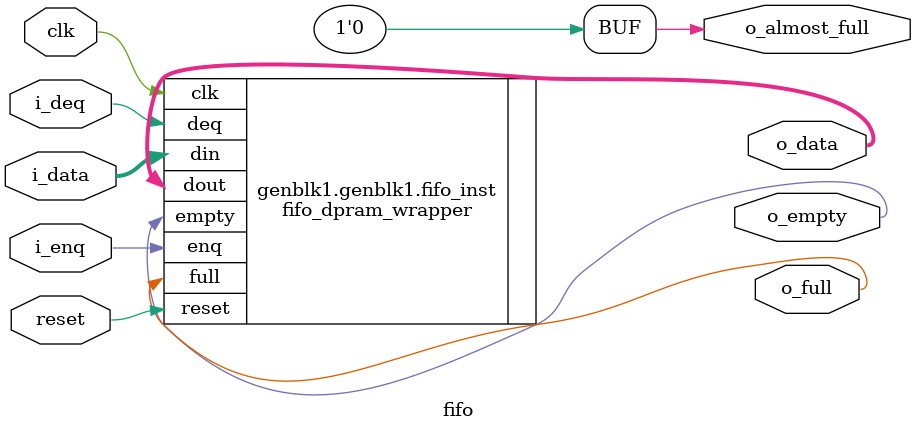
<source format=sv>
module fifo #(
	parameter WIDTH = 16,
	parameter ADDR = 1,
	parameter FIFO_ALMOST_FULL = 0,
	parameter TYPE = "fifo_dpram_wrapper"
) (
	input clk,
	input reset,
	
	input [WIDTH-1:0] i_data,
	output [WIDTH-1:0] o_data,
	
	input i_enq,
	input i_deq,
	
	output o_almost_full,
	output o_full,
	output o_empty
);

	generate
		if(TYPE == "scfifo") begin
			//Altera's single clock fifo megafunction
			scfifo fifo_inst (
				.aclr				(reset),
				.almost_empty	(),
				.almost_full	(),
				.clock			(clk),
				.data				(i_data),
				.empty			(o_empty),
				.full				(o_full),
				.q					(o_data),
				.rdreq			(i_deq),
				.sclr				(),
				.usedw			(),
				.wrreq			(i_enq)
			);
			defparam
				fifo_inst.lpm_width = WIDTH,
				fifo_inst.lpm_widthu = ADDR,
				fifo_inst.lpm_numwords = 2**ADDR,
				fifo_inst.lpm_showahead = "ON";
			
		end else if (TYPE == "fifo_dpram_wrapper") begin
			fifo_dpram_wrapper #(
				.WIDTH(WIDTH),
				.ADDR(ADDR)
			) fifo_inst (
				.clk	(clk),
				.reset(reset),
				.din	(i_data),
				.enq	(i_enq),
				.deq	(i_deq),
				.dout	(o_data),
				.empty(o_empty),
				.full	(o_full)
			);
			assign o_almost_full = 1'b0;
		end else if (TYPE == "fifo_almost_full_dpram_wrapper") begin
			initial $display("almsot full fifo");
			fifo_almost_full_dpram_wrapper #(
				.WIDTH(WIDTH),
				.ADDR(ADDR)
			) fifo_inst (
				.clk	(clk),
				.reset(reset),
				.din	(i_data),
				.enq	(i_enq),
				.deq	(i_deq),
				.dout	(o_data),
				.empty(o_empty),
				.almost_full(o_almost_full),
				.full	(o_full)
			);
		end else if (TYPE == "fifo_almost_full_megafunction") begin
			initial $display("almost full megafunction fifo");
			scfifo fifo_inst (
				.aclr				(reset),
				.almost_empty	(),
				.almost_full	(o_almost_full),
				.clock			(clk),
				.data				(i_data),
				.empty			(o_empty),
				.full				(o_full),
				.q					(o_data),
				.rdreq			(i_deq),
				.sclr				(),
				.usedw			(),
				.wrreq			(i_enq)
			);
			defparam
				fifo_inst.lpm_width                = WIDTH,
				fifo_inst.lpm_widthu               = ADDR,
				fifo_inst.lpm_numwords             = 2**ADDR,
				fifo_inst.lpm_showahead            = "OFF",
				fifo_inst.lpm_type                 =  "scfifo",
				fifo_inst.enable_ecc               = "FALSE",       //Error Checking
				fifo_inst.use_eab                  = "ON",          //USE RAM BLOCKS
				fifo_inst.ram_block_type           = "M20K",
				fifo_inst.almost_full_value        =  FIFO_ALMOST_FULL - 1,
				fifo_inst.add_ram_output_register  = "ON";
		end else if (TYPE == "fifo_free_word_count_dpram_wrapper") begin
			initial $display("wc fifo");
			fifo_free_word_count_dpram_wrapper #(
				.WIDTH(WIDTH),
				.ADDR(ADDR)
			) fifo_inst (
				.clk	(clk),
				.reset(reset),
				.din	(i_data),
				.enq	(i_enq),
				.deq	(i_deq),
				.dout	(o_data),
				.empty(o_empty),
				.almost_full(o_almost_full),
				.full	(o_full)
			);
		end else begin
			//Shouldn't get here
			initial begin
				$error("Invalid FIFO type %s", TYPE);
			end
		end	
	endgenerate
	
	
	
endmodule
	
</source>
